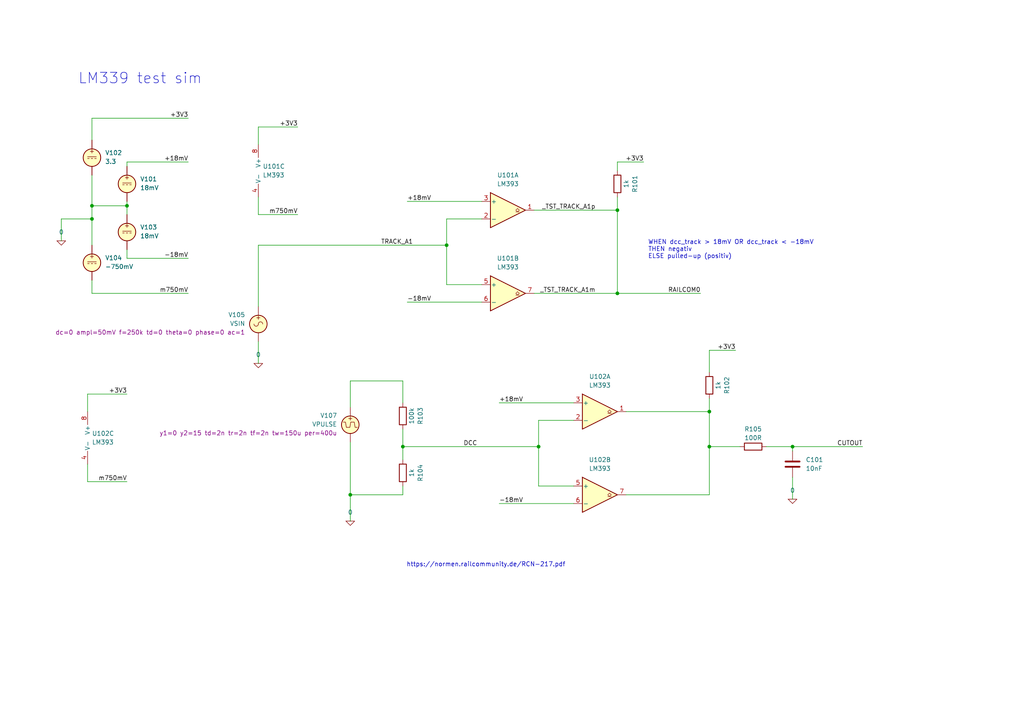
<source format=kicad_sch>
(kicad_sch (version 20231120) (generator "eeschema") (generator_version "8.0")
  (paper "A4")
  (lib_symbols
    (symbol "Comparator:LM393" (pin_names (offset 0.127))
      (property "Reference" "U" (at 3.81 3.81 0))
      (property "Value" "LM393" (at 6.35 -3.81 0))
      (symbol "LM393_1_1"
        (polyline (pts (xy -5.08 5.08) (xy 5.08 0) (xy -5.08 -5.08) (xy -5.08 5.08)) (stroke (width 0.254)) (fill (type background)))
        (polyline (pts (xy 3.302 -0.508) (xy 2.794 -0.508) (xy 3.302 0) (xy 2.794 0.508) (xy 2.286 0) (xy 2.794 -0.508) (xy 2.286 -0.508)) (stroke (width 0.127)))
        (pin open_collector line (at 7.62 0 180) (length 2.54) (name "~") (number "1"))
        (pin input line (at -7.62 -2.54 0) (length 2.54) (name "-") (number "2"))
        (pin input line (at -7.62 2.54 0) (length 2.54) (name "+") (number "3"))
      )
      (symbol "LM393_2_1"
        (polyline (pts (xy -5.08 5.08) (xy 5.08 0) (xy -5.08 -5.08) (xy -5.08 5.08)) (stroke (width 0.254)) (fill (type background)))
        (polyline (pts (xy 3.302 -0.508) (xy 2.794 -0.508) (xy 3.302 0) (xy 2.794 0.508) (xy 2.286 0) (xy 2.794 -0.508) (xy 2.286 -0.508)) (stroke (width 0.127)))
        (pin input line (at -7.62 2.54 0) (length 2.54) (name "+") (number "5"))
        (pin input line (at -7.62 -2.54 0) (length 2.54) (name "-") (number "6"))
        (pin open_collector line (at 7.62 0 180) (length 2.54) (name "~") (number "7"))
      )
      (symbol "LM393_3_1"
        (pin power_in line (at -2.54 -7.62 90) (length 3.81) (name "V-") (number "4"))
        (pin power_in line (at -2.54 7.62 270) (length 3.81) (name "V+") (number "8"))
      )
    )
    (symbol "Device:C" (pin_numbers hide) (pin_names (offset 0.254))
      (property "Reference" "C" (at 0.635 2.54 0))
      (property "Value" "C" (at 0.635 -2.54 0))
      (symbol "C_0_1"
        (polyline (pts (xy -2.032 -0.762) (xy 2.032 -0.762)) (stroke (width 0.508)))
        (polyline (pts (xy -2.032 0.762) (xy 2.032 0.762)) (stroke (width 0.508)))
      )
      (symbol "C_1_1"
        (pin passive line (at 0 3.81 270) (length 2.794) (name "~") (number "1"))
        (pin passive line (at 0 -3.81 90) (length 2.794) (name "~") (number "2"))
      )
    )
    (symbol "Device:R" (pin_numbers hide) (pin_names (offset 0))
      (property "Reference" "R" (at 2.032 0 90))
      (property "Value" "R" (at 0 0 90))
      (symbol "R_0_1"
        (rectangle (start -1.016 -2.54) (end 1.016 2.54) (stroke (width 0.254)))
      )
      (symbol "R_1_1"
        (pin passive line (at 0 3.81 270) (length 1.27) (name "~") (number "1"))
        (pin passive line (at 0 -3.81 90) (length 1.27) (name "~") (number "2"))
      )
    )
    (symbol "Simulation_SPICE:0" (power) (pin_numbers hide) (pin_names (offset 0) hide)
      (property "Value" "0" (at 0 -2.54 0))
      (symbol "0_0_1"
        (polyline (pts (xy -1.27 0) (xy 0 -1.27) (xy 1.27 0) (xy -1.27 0)))
      )
      (symbol "0_1_1"
        (pin power_in line (at 0 0 0) (length 0) (name "~") (number "1"))
      )
    )
    (symbol "Simulation_SPICE:VDC" (pin_numbers hide) (pin_names (offset 0.0254))
      (property "Reference" "V" (at 2.54 2.54 0))
      (property "Value" "1" (at 2.54 0 0))
      (symbol "VDC_0_0"
        (polyline (pts (xy -1.27 0.254) (xy 1.27 0.254)))
        (polyline (pts (xy -0.762 -0.254) (xy -1.27 -0.254)))
        (polyline (pts (xy 0.254 -0.254) (xy -0.254 -0.254)))
        (polyline (pts (xy 1.27 -0.254) (xy 0.762 -0.254)))
        (text "+" (at 0 1.905 0) (effects (font (size 1.27 1.27))))
      )
      (symbol "VDC_0_1"
        (circle (center 0 0) (radius 2.54) (stroke (width 0.254)) (fill (type background)))
      )
      (symbol "VDC_1_1"
        (pin passive line (at 0 5.08 270) (length 2.54) (name "~") (number "1"))
        (pin passive line (at 0 -5.08 90) (length 2.54) (name "~") (number "2"))
      )
    )
    (symbol "Simulation_SPICE:VPULSE" (pin_numbers hide) (pin_names (offset 0.0254))
      (property "Reference" "V" (at 2.54 2.54 0))
      (property "Value" "VPULSE" (at 2.54 0 0))
      (property "Sim.Params" "y1=0 y2=1 td=2n tr=2n tf=2n tw=50n per=100n" (at 2.54 -2.54 0))
      (symbol "VPULSE_0_0"
        (polyline (pts (xy -2.032 -0.762) (xy -1.397 -0.762) (xy -1.143 0.762) (xy -0.127 0.762) (xy 0.127 -0.762) (xy 1.143 -0.762) (xy 1.397 0.762) (xy 2.032 0.762)))
        (text "+" (at 0 1.905 0) (effects (font (size 1.27 1.27))))
      )
      (symbol "VPULSE_0_1"
        (circle (center 0 0) (radius 2.54) (stroke (width 0.254)) (fill (type background)))
      )
      (symbol "VPULSE_1_1"
        (pin passive line (at 0 5.08 270) (length 2.54) (name "~") (number "1"))
        (pin passive line (at 0 -5.08 90) (length 2.54) (name "~") (number "2"))
      )
    )
    (symbol "Simulation_SPICE:VSIN" (pin_numbers hide) (pin_names (offset 0.0254))
      (property "Reference" "V" (at 2.54 2.54 0))
      (property "Value" "VSIN" (at 2.54 0 0))
      (property "Sim.Params" "dc=0 ampl=1 f=1k ac=1" (at 2.54 -2.54 0))
      (symbol "VSIN_0_0"
        (arc (start 0 0) (mid -0.635 0.6323) (end -1.27 0))
        (arc (start 0 0) (mid 0.635 -0.6323) (end 1.27 0))
        (text "+" (at 0 1.905 0) (effects (font (size 1.27 1.27))))
      )
      (symbol "VSIN_0_1"
        (circle (center 0 0) (radius 2.54) (stroke (width 0.254)) (fill (type background)))
      )
      (symbol "VSIN_1_1"
        (pin passive line (at 0 5.08 270) (length 2.54) (name "~") (number "1"))
        (pin passive line (at 0 -5.08 90) (length 2.54) (name "~") (number "2"))
      )
    )
  )
  (junction (at 26.67 63.5))
  (junction (at 205.74 129.54))
  (junction (at 36.83 59.69))
  (junction (at 229.87 129.54))
  (junction (at 179.07 85.09))
  (junction (at 26.67 59.69))
  (junction (at 101.6 143.51))
  (junction (at 116.84 129.54))
  (junction (at 179.07 60.96))
  (junction (at 129.54 71.12))
  (junction (at 156.21 129.54))
  (junction (at 205.74 119.38))
  (wire (pts (xy 36.83 59.69) (xy 36.83 58.42)))
  (wire (pts (xy 25.4 139.7) (xy 25.4 134.62)))
  (wire (pts (xy 229.87 129.54) (xy 250.19 129.54)))
  (wire (pts (xy 229.87 138.43) (xy 229.87 144.78)))
  (wire (pts (xy 26.67 59.69) (xy 36.83 59.69)))
  (wire (pts (xy 214.63 129.54) (xy 205.74 129.54)))
  (wire (pts (xy 129.54 63.5) (xy 129.54 71.12)))
  (wire (pts (xy 154.94 85.09) (xy 179.07 85.09)))
  (wire (pts (xy 179.07 60.96) (xy 179.07 85.09)))
  (wire (pts (xy 154.94 60.96) (xy 179.07 60.96)))
  (wire (pts (xy 139.7 58.42) (xy 118.11 58.42)))
  (wire (pts (xy 166.37 140.97) (xy 156.21 140.97)))
  (wire (pts (xy 101.6 128.27) (xy 101.6 143.51)))
  (wire (pts (xy 25.4 139.7) (xy 36.83 139.7)))
  (wire (pts (xy 179.07 46.99) (xy 186.69 46.99)))
  (wire (pts (xy 116.84 133.35) (xy 116.84 129.54)))
  (wire (pts (xy 156.21 121.92) (xy 166.37 121.92)))
  (wire (pts (xy 101.6 110.49) (xy 101.6 118.11)))
  (wire (pts (xy 36.83 74.93) (xy 54.61 74.93)))
  (wire (pts (xy 205.74 129.54) (xy 205.74 143.51)))
  (wire (pts (xy 129.54 71.12) (xy 129.54 82.55)))
  (wire (pts (xy 17.78 63.5) (xy 26.67 63.5)))
  (wire (pts (xy 116.84 110.49) (xy 116.84 116.84)))
  (wire (pts (xy 74.93 62.23) (xy 74.93 57.15)))
  (wire (pts (xy 179.07 60.96) (xy 179.07 57.15)))
  (wire (pts (xy 25.4 114.3) (xy 25.4 119.38)))
  (wire (pts (xy 26.67 63.5) (xy 26.67 71.12)))
  (wire (pts (xy 36.83 59.69) (xy 36.83 62.23)))
  (wire (pts (xy 156.21 129.54) (xy 156.21 140.97)))
  (wire (pts (xy 179.07 46.99) (xy 179.07 49.53)))
  (wire (pts (xy 205.74 119.38) (xy 205.74 115.57)))
  (wire (pts (xy 74.93 62.23) (xy 86.36 62.23)))
  (wire (pts (xy 74.93 36.83) (xy 86.36 36.83)))
  (wire (pts (xy 26.67 34.29) (xy 26.67 40.64)))
  (wire (pts (xy 74.93 36.83) (xy 74.93 41.91)))
  (wire (pts (xy 179.07 85.09) (xy 203.2 85.09)))
  (wire (pts (xy 166.37 146.05) (xy 144.78 146.05)))
  (wire (pts (xy 156.21 121.92) (xy 156.21 129.54)))
  (wire (pts (xy 74.93 71.12) (xy 74.93 88.9)))
  (wire (pts (xy 205.74 119.38) (xy 205.74 129.54)))
  (wire (pts (xy 101.6 143.51) (xy 116.84 143.51)))
  (wire (pts (xy 116.84 124.46) (xy 116.84 129.54)))
  (wire (pts (xy 74.93 99.06) (xy 74.93 105.41)))
  (wire (pts (xy 74.93 71.12) (xy 129.54 71.12)))
  (wire (pts (xy 54.61 34.29) (xy 26.67 34.29)))
  (wire (pts (xy 129.54 63.5) (xy 139.7 63.5)))
  (wire (pts (xy 26.67 85.09) (xy 54.61 85.09)))
  (wire (pts (xy 26.67 81.28) (xy 26.67 85.09)))
  (wire (pts (xy 36.83 48.26) (xy 36.83 46.99)))
  (wire (pts (xy 116.84 143.51) (xy 116.84 140.97)))
  (wire (pts (xy 17.78 69.85) (xy 17.78 63.5)))
  (wire (pts (xy 139.7 87.63) (xy 118.11 87.63)))
  (wire (pts (xy 205.74 101.6) (xy 205.74 107.95)))
  (wire (pts (xy 101.6 143.51) (xy 101.6 151.13)))
  (wire (pts (xy 26.67 63.5) (xy 26.67 59.69)))
  (wire (pts (xy 25.4 114.3) (xy 36.83 114.3)))
  (wire (pts (xy 181.61 143.51) (xy 205.74 143.51)))
  (wire (pts (xy 101.6 110.49) (xy 116.84 110.49)))
  (wire (pts (xy 181.61 119.38) (xy 205.74 119.38)))
  (wire (pts (xy 26.67 50.8) (xy 26.67 59.69)))
  (wire (pts (xy 205.74 101.6) (xy 213.36 101.6)))
  (wire (pts (xy 229.87 130.81) (xy 229.87 129.54)))
  (wire (pts (xy 36.83 46.99) (xy 54.61 46.99)))
  (wire (pts (xy 166.37 116.84) (xy 144.78 116.84)))
  (wire (pts (xy 139.7 82.55) (xy 129.54 82.55)))
  (wire (pts (xy 116.84 129.54) (xy 156.21 129.54)))
  (wire (pts (xy 36.83 72.39) (xy 36.83 74.93)))
  (wire (pts (xy 222.25 129.54) (xy 229.87 129.54)))
  (text "https://normen.railcommunity.de/RCN-217.pdf" (at 140.97 163.83 0) (effects (font (size 1.27 1.27))))
  (text "LM339 test sim" (at 40.64 22.86 0) (effects (font (size 3.048 3.048))))
  (text "WHEN dcc_track > 18mV OR dcc_track < -18mV \nTHEN negativ\nELSE pulled-up (positiv)" (at 187.96 72.39 0) (effects (font (size 1.27 1.27)) (justify left)))
  (label "+3V3" (at 86.36 36.83 180))
  (label "RAILCOM0" (at 203.2 85.09 180))
  (label "_TST_TRACK_A1m" (at 172.72 85.09 180))
  (label "+3V3" (at 54.61 34.29 180))
  (label "m750mV" (at 54.61 85.09 180))
  (label "+18mV" (at 118.11 58.42 0))
  (label "-18mV" (at 144.78 146.05 0))
  (label "+18mV" (at 144.78 116.84 0))
  (label "+3V3" (at 186.69 46.99 180))
  (label "+18mV" (at 54.61 46.99 180))
  (label "+3V3" (at 213.36 101.6 180))
  (label "+3V3" (at 36.83 114.3 180))
  (label "-18mV" (at 54.61 74.93 180))
  (label "m750mV" (at 36.83 139.7 180))
  (label "m750mV" (at 86.36 62.23 180))
  (label "TRACK_A1" (at 110.49 71.12 0))
  (label "-18mV" (at 118.11 87.63 0))
  (label "DCC" (at 138.43 129.54 180))
  (label "CUTOUT" (at 250.19 129.54 180))
  (label "_TST_TRACK_A1p" (at 172.72 60.96 180))
  (symbol (lib_id "Simulation_SPICE:VPULSE") (at 101.6 123.19 0) (mirror y) (unit 1)
    (property "Reference" "V107" (at 97.79 120.5201 0) (effects (justify left)))
    (property "Value" "VPULSE" (at 97.79 123.0601 0) (effects (justify left)))
    (property "Datasheet" "https://ngspice.sourceforge.io/docs/ngspice-html-manual/manual.xhtml#sec_Independent_Sources_for" (effects (hide yes)))
    (property "Description" "Voltage source, pulse" (effects (hide yes)))
    (property "Sim.Pins" "1=+ 2=-" (effects (hide yes)))
    (property "Sim.Type" "PULSE" (effects (hide yes)))
    (property "Sim.Device" "V" (effects (hide yes)))
    (property "Sim.Params" "y1=0 y2=15 td=2n tr=2n tf=2n tw=150u per=400u" (at 97.79 125.6001 0) (effects (justify left)))
  )
  (symbol (lib_id "Device:C") (at 229.87 134.62 0) (unit 1)
    (property "Reference" "C101" (at 233.68 133.3499 0) (effects (justify left)))
    (property "Value" "10nF" (at 233.68 135.8899 0) (effects (justify left)))
    (property "Description" "Unpolarized capacitor" (effects (hide yes)))
  )
  (symbol (lib_id "Simulation_SPICE:0") (at 17.78 69.85 0) (unit 1)
    (property "Reference" "#GND0101" (effects (hide yes)))
    (property "Value" "0" (at 17.78 67.31 0))
    (property "Datasheet" "https://ngspice.sourceforge.io/docs/ngspice-html-manual/manual.xhtml#subsec_Circuit_elements__device" (effects (hide yes)))
    (property "Description" "0V reference potential for simulation" (effects (hide yes)))
  )
  (symbol (lib_id "Simulation_SPICE:VDC") (at 26.67 76.2 0) (unit 1)
    (property "Reference" "V104" (at 30.48 74.8001 0) (effects (justify left)))
    (property "Value" "-750mV" (at 30.48 77.3401 0) (effects (justify left)))
    (property "Datasheet" "https://ngspice.sourceforge.io/docs/ngspice-html-manual/manual.xhtml#sec_Independent_Sources_for" (effects (hide yes)))
    (property "Description" "Voltage source, DC" (effects (hide yes)))
    (property "Sim.Pins" "1=+ 2=-" (effects (hide yes)))
    (property "Sim.Type" "DC" (effects (hide yes)))
    (property "Sim.Device" "V" (effects (hide yes)))
  )
  (symbol (lib_id "Device:R") (at 205.74 111.76 180) (unit 1)
    (property "Reference" "R102" (at 210.82 111.76 90))
    (property "Value" "1k" (at 208.28 111.76 90))
    (property "Footprint" "Resistor_SMD:R_0603_1608Metric_Pad0.98x0.95mm_HandSolder" (effects (hide yes)))
    (property "Description" "Resistor" (effects (hide yes)))
    (property "OLI_ID" "10k_0603" (effects (hide yes)))
  )
  (symbol (lib_id "Comparator:LM393") (at 27.94 127 0) (unit 3)
    (property "Reference" "U102" (at 26.67 125.7299 0) (effects (justify left)))
    (property "Value" "LM393" (at 26.67 128.2699 0) (effects (justify left)))
    (property "Datasheet" "http://www.ti.com/lit/ds/symlink/lm393.pdf" (effects (hide yes)))
    (property "Description" "Low-Power, Low-Offset Voltage, Dual Comparators, DIP-8/SOIC-8/TO-99-8" (effects (hide yes)))
    (property "Sim.Library" "C:\\Users\\chatelain\\Dropbox\\Privat-2023\\2023-11-11_DCC-EX-Shield\\xDuinoRail-Decoder\\kicad\\xDuinoRailShield\\__ltspice\\lm393_dual.lib" (effects (hide yes)))
    (property "Sim.Name" "LM393" (effects (hide yes)))
    (property "Sim.Device" "SUBCKT" (effects (hide yes)))
    (property "Sim.Pins" "1=OUTa 2=INa- 3=INa+ 4=GND 5=INb+ 6=INb- 7=OUTb 8=Vcc" (effects (hide yes)))
  )
  (symbol (lib_id "Comparator:LM393") (at 147.32 85.09 0) (unit 2)
    (property "Reference" "U101" (at 147.32 74.93 0))
    (property "Value" "LM393" (at 147.32 77.47 0))
    (property "Datasheet" "http://www.ti.com/lit/ds/symlink/lm393.pdf" (effects (hide yes)))
    (property "Description" "Low-Power, Low-Offset Voltage, Dual Comparators, DIP-8/SOIC-8/TO-99-8" (effects (hide yes)))
    (property "Sim.Library" "C:\\Users\\chatelain\\Dropbox\\Privat-2023\\2023-11-11_DCC-EX-Shield\\xDuinoRail-Decoder\\kicad\\xDuinoRailShield\\__ltspice\\lm393_dual.lib" (effects (hide yes)))
    (property "Sim.Name" "LM393" (effects (hide yes)))
    (property "Sim.Device" "SUBCKT" (effects (hide yes)))
    (property "Sim.Pins" "1=OUTa 2=INa- 3=INa+ 4=GND 5=INb+ 6=INb- 7=OUTb 8=Vcc" (effects (hide yes)))
  )
  (symbol (lib_id "Comparator:LM393") (at 173.99 119.38 0) (unit 1)
    (property "Reference" "U102" (at 173.99 109.22 0))
    (property "Value" "LM393" (at 173.99 111.76 0))
    (property "Datasheet" "http://www.ti.com/lit/ds/symlink/lm393.pdf" (effects (hide yes)))
    (property "Description" "Low-Power, Low-Offset Voltage, Dual Comparators, DIP-8/SOIC-8/TO-99-8" (effects (hide yes)))
    (property "Sim.Library" "C:\\Users\\chatelain\\Dropbox\\Privat-2023\\2023-11-11_DCC-EX-Shield\\xDuinoRail-Decoder\\kicad\\xDuinoRailShield\\__ltspice\\lm393_dual.lib" (effects (hide yes)))
    (property "Sim.Name" "LM393" (effects (hide yes)))
    (property "Sim.Device" "SUBCKT" (effects (hide yes)))
    (property "Sim.Pins" "1=OUTa 2=INa- 3=INa+ 4=GND 5=INb+ 6=INb- 7=OUTb 8=Vcc" (effects (hide yes)))
  )
  (symbol (lib_id "Simulation_SPICE:VDC") (at 36.83 53.34 0) (unit 1)
    (property "Reference" "V101" (at 40.64 51.9401 0) (effects (justify left)))
    (property "Value" "18mV" (at 40.64 54.4801 0) (effects (justify left)))
    (property "Datasheet" "https://ngspice.sourceforge.io/docs/ngspice-html-manual/manual.xhtml#sec_Independent_Sources_for" (effects (hide yes)))
    (property "Description" "Voltage source, DC" (effects (hide yes)))
    (property "Sim.Pins" "1=+ 2=-" (effects (hide yes)))
    (property "Sim.Type" "DC" (effects (hide yes)))
    (property "Sim.Device" "V" (effects (hide yes)))
  )
  (symbol (lib_id "Comparator:LM393") (at 77.47 49.53 0) (unit 3)
    (property "Reference" "U101" (at 76.2 48.2599 0) (effects (justify left)))
    (property "Value" "LM393" (at 76.2 50.7999 0) (effects (justify left)))
    (property "Datasheet" "http://www.ti.com/lit/ds/symlink/lm393.pdf" (effects (hide yes)))
    (property "Description" "Low-Power, Low-Offset Voltage, Dual Comparators, DIP-8/SOIC-8/TO-99-8" (effects (hide yes)))
    (property "Sim.Library" "C:\\Users\\chatelain\\Dropbox\\Privat-2023\\2023-11-11_DCC-EX-Shield\\xDuinoRail-Decoder\\kicad\\xDuinoRailShield\\__ltspice\\lm393_dual.lib" (effects (hide yes)))
    (property "Sim.Name" "LM393" (effects (hide yes)))
    (property "Sim.Device" "SUBCKT" (effects (hide yes)))
    (property "Sim.Pins" "1=OUTa 2=INa- 3=INa+ 4=GND 5=INb+ 6=INb- 7=OUTb 8=Vcc" (effects (hide yes)))
  )
  (symbol (lib_id "Device:R") (at 116.84 120.65 180) (unit 1)
    (property "Reference" "R103" (at 121.92 120.65 90))
    (property "Value" "100k" (at 119.38 120.65 90))
    (property "Footprint" "Resistor_SMD:R_0603_1608Metric_Pad0.98x0.95mm_HandSolder" (effects (hide yes)))
    (property "Description" "Resistor" (effects (hide yes)))
    (property "OLI_ID" "10k_0603" (effects (hide yes)))
  )
  (symbol (lib_id "Simulation_SPICE:VSIN") (at 74.93 93.98 0) (mirror y) (unit 1)
    (property "Reference" "V105" (at 71.12 91.3101 0) (effects (justify left)))
    (property "Value" "VSIN" (at 71.12 93.8501 0) (effects (justify left)))
    (property "Datasheet" "https://ngspice.sourceforge.io/docs/ngspice-html-manual/manual.xhtml#sec_Independent_Sources_for" (effects (hide yes)))
    (property "Description" "Voltage source, sinusoidal" (effects (hide yes)))
    (property "Sim.Pins" "1=+ 2=-" (effects (hide yes)))
    (property "Sim.Params" "dc=0 ampl=50mV f=250k td=0 theta=0 phase=0 ac=1" (at 71.12 96.3901 0) (effects (justify left)))
    (property "Sim.Type" "SIN" (effects (hide yes)))
    (property "Sim.Device" "V" (effects (hide yes)))
  )
  (symbol (lib_id "Device:R") (at 218.44 129.54 270) (unit 1)
    (property "Reference" "R105" (at 218.44 124.46 90))
    (property "Value" "100R" (at 218.44 127 90))
    (property "Footprint" "Resistor_SMD:R_0603_1608Metric_Pad0.98x0.95mm_HandSolder" (effects (hide yes)))
    (property "Description" "Resistor" (effects (hide yes)))
    (property "OLI_ID" "10k_0603" (effects (hide yes)))
  )
  (symbol (lib_id "Simulation_SPICE:0") (at 74.93 105.41 0) (unit 1)
    (property "Reference" "#GND0102" (effects (hide yes)))
    (property "Value" "0" (at 74.93 102.87 0))
    (property "Datasheet" "https://ngspice.sourceforge.io/docs/ngspice-html-manual/manual.xhtml#subsec_Circuit_elements__device" (effects (hide yes)))
    (property "Description" "0V reference potential for simulation" (effects (hide yes)))
  )
  (symbol (lib_id "Simulation_SPICE:0") (at 101.6 151.13 0) (unit 1)
    (property "Reference" "#GND0103" (effects (hide yes)))
    (property "Value" "0" (at 101.6 148.59 0))
    (property "Datasheet" "https://ngspice.sourceforge.io/docs/ngspice-html-manual/manual.xhtml#subsec_Circuit_elements__device" (effects (hide yes)))
    (property "Description" "0V reference potential for simulation" (effects (hide yes)))
  )
  (symbol (lib_id "Simulation_SPICE:0") (at 229.87 144.78 0) (unit 1)
    (property "Reference" "#GND0104" (effects (hide yes)))
    (property "Value" "0" (at 229.87 142.24 0))
    (property "Datasheet" "https://ngspice.sourceforge.io/docs/ngspice-html-manual/manual.xhtml#subsec_Circuit_elements__device" (effects (hide yes)))
    (property "Description" "0V reference potential for simulation" (effects (hide yes)))
  )
  (symbol (lib_id "Device:R") (at 116.84 137.16 180) (unit 1)
    (property "Reference" "R104" (at 121.92 137.16 90))
    (property "Value" "1k" (at 119.38 137.16 90))
    (property "Footprint" "Resistor_SMD:R_0603_1608Metric_Pad0.98x0.95mm_HandSolder" (effects (hide yes)))
    (property "Description" "Resistor" (effects (hide yes)))
    (property "OLI_ID" "10k_0603" (effects (hide yes)))
  )
  (symbol (lib_id "Simulation_SPICE:VDC") (at 36.83 67.31 0) (unit 1)
    (property "Reference" "V103" (at 40.64 65.9101 0) (effects (justify left)))
    (property "Value" "18mV" (at 40.64 68.4501 0) (effects (justify left)))
    (property "Datasheet" "https://ngspice.sourceforge.io/docs/ngspice-html-manual/manual.xhtml#sec_Independent_Sources_for" (effects (hide yes)))
    (property "Description" "Voltage source, DC" (effects (hide yes)))
    (property "Sim.Pins" "1=+ 2=-" (effects (hide yes)))
    (property "Sim.Type" "DC" (effects (hide yes)))
    (property "Sim.Device" "V" (effects (hide yes)))
  )
  (symbol (lib_id "Device:R") (at 179.07 53.34 180) (unit 1)
    (property "Reference" "R101" (at 184.15 53.34 90))
    (property "Value" "1k" (at 181.61 53.34 90))
    (property "Footprint" "Resistor_SMD:R_0603_1608Metric_Pad0.98x0.95mm_HandSolder" (effects (hide yes)))
    (property "Description" "Resistor" (effects (hide yes)))
    (property "OLI_ID" "10k_0603" (effects (hide yes)))
  )
  (symbol (lib_id "Simulation_SPICE:VDC") (at 26.67 45.72 0) (unit 1)
    (property "Reference" "V102" (at 30.48 44.3201 0) (effects (justify left)))
    (property "Value" "3.3" (at 30.48 46.8601 0) (effects (justify left)))
    (property "Datasheet" "https://ngspice.sourceforge.io/docs/ngspice-html-manual/manual.xhtml#sec_Independent_Sources_for" (effects (hide yes)))
    (property "Description" "Voltage source, DC" (effects (hide yes)))
    (property "Sim.Pins" "1=+ 2=-" (effects (hide yes)))
    (property "Sim.Type" "DC" (effects (hide yes)))
    (property "Sim.Device" "V" (effects (hide yes)))
  )
  (symbol (lib_id "Comparator:LM393") (at 147.32 60.96 0) (unit 1)
    (property "Reference" "U101" (at 147.32 50.8 0))
    (property "Value" "LM393" (at 147.32 53.34 0))
    (property "Datasheet" "http://www.ti.com/lit/ds/symlink/lm393.pdf" (effects (hide yes)))
    (property "Description" "Low-Power, Low-Offset Voltage, Dual Comparators, DIP-8/SOIC-8/TO-99-8" (effects (hide yes)))
    (property "Sim.Library" "C:\\Users\\chatelain\\Dropbox\\Privat-2023\\2023-11-11_DCC-EX-Shield\\xDuinoRail-Decoder\\kicad\\xDuinoRailShield\\__ltspice\\lm393_dual.lib" (effects (hide yes)))
    (property "Sim.Name" "LM393" (effects (hide yes)))
    (property "Sim.Device" "SUBCKT" (effects (hide yes)))
    (property "Sim.Pins" "1=OUTa 2=INa- 3=INa+ 4=GND 5=INb+ 6=INb- 7=OUTb 8=Vcc" (effects (hide yes)))
  )
  (symbol (lib_id "Comparator:LM393") (at 173.99 143.51 0) (unit 2)
    (property "Reference" "U102" (at 173.99 133.35 0))
    (property "Value" "LM393" (at 173.99 135.89 0))
    (property "Datasheet" "http://www.ti.com/lit/ds/symlink/lm393.pdf" (effects (hide yes)))
    (property "Description" "Low-Power, Low-Offset Voltage, Dual Comparators, DIP-8/SOIC-8/TO-99-8" (effects (hide yes)))
    (property "Sim.Library" "C:\\Users\\chatelain\\Dropbox\\Privat-2023\\2023-11-11_DCC-EX-Shield\\xDuinoRail-Decoder\\kicad\\xDuinoRailShield\\__ltspice\\lm393_dual.lib" (effects (hide yes)))
    (property "Sim.Name" "LM393" (effects (hide yes)))
    (property "Sim.Device" "SUBCKT" (effects (hide yes)))
    (property "Sim.Pins" "1=OUTa 2=INa- 3=INa+ 4=GND 5=INb+ 6=INb- 7=OUTb 8=Vcc" (effects (hide yes)))
  )
)
</source>
